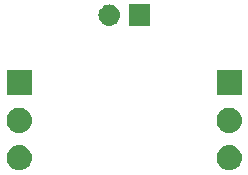
<source format=gbr>
G04 #@! TF.GenerationSoftware,KiCad,Pcbnew,(5.1.2-1)-1*
G04 #@! TF.CreationDate,2019-08-09T08:25:00-04:00*
G04 #@! TF.ProjectId,siot-node-current-clamp,73696f74-2d6e-46f6-9465-2d6375727265,rev?*
G04 #@! TF.SameCoordinates,Original*
G04 #@! TF.FileFunction,Soldermask,Bot*
G04 #@! TF.FilePolarity,Negative*
%FSLAX46Y46*%
G04 Gerber Fmt 4.6, Leading zero omitted, Abs format (unit mm)*
G04 Created by KiCad (PCBNEW (5.1.2-1)-1) date 2019-08-09 08:25:00*
%MOMM*%
%LPD*%
G04 APERTURE LIST*
%ADD10C,0.100000*%
G04 APERTURE END LIST*
D10*
G36*
X127115114Y-63074176D02*
G01*
X127209168Y-63083439D01*
X127410299Y-63144451D01*
X127496110Y-63190318D01*
X127595661Y-63243529D01*
X127758133Y-63376867D01*
X127891471Y-63539339D01*
X127944682Y-63638890D01*
X127990549Y-63724701D01*
X128051561Y-63925832D01*
X128072162Y-64135000D01*
X128051561Y-64344168D01*
X127990549Y-64545299D01*
X127944682Y-64631110D01*
X127891471Y-64730661D01*
X127758133Y-64893133D01*
X127595661Y-65026471D01*
X127496110Y-65079682D01*
X127410299Y-65125549D01*
X127209168Y-65186561D01*
X127115114Y-65195824D01*
X127052413Y-65202000D01*
X126947587Y-65202000D01*
X126884886Y-65195824D01*
X126790832Y-65186561D01*
X126589701Y-65125549D01*
X126503890Y-65079682D01*
X126404339Y-65026471D01*
X126241867Y-64893133D01*
X126108529Y-64730661D01*
X126055318Y-64631110D01*
X126009451Y-64545299D01*
X125948439Y-64344168D01*
X125927838Y-64135000D01*
X125948439Y-63925832D01*
X126009451Y-63724701D01*
X126055318Y-63638890D01*
X126108529Y-63539339D01*
X126241867Y-63376867D01*
X126404339Y-63243529D01*
X126503890Y-63190318D01*
X126589701Y-63144451D01*
X126790832Y-63083439D01*
X126884886Y-63074176D01*
X126947587Y-63068000D01*
X127052413Y-63068000D01*
X127115114Y-63074176D01*
X127115114Y-63074176D01*
G37*
G36*
X109335114Y-63074176D02*
G01*
X109429168Y-63083439D01*
X109630299Y-63144451D01*
X109716110Y-63190318D01*
X109815661Y-63243529D01*
X109978133Y-63376867D01*
X110111471Y-63539339D01*
X110164682Y-63638890D01*
X110210549Y-63724701D01*
X110271561Y-63925832D01*
X110292162Y-64135000D01*
X110271561Y-64344168D01*
X110210549Y-64545299D01*
X110164682Y-64631110D01*
X110111471Y-64730661D01*
X109978133Y-64893133D01*
X109815661Y-65026471D01*
X109716110Y-65079682D01*
X109630299Y-65125549D01*
X109429168Y-65186561D01*
X109335114Y-65195824D01*
X109272413Y-65202000D01*
X109167587Y-65202000D01*
X109104886Y-65195824D01*
X109010832Y-65186561D01*
X108809701Y-65125549D01*
X108723890Y-65079682D01*
X108624339Y-65026471D01*
X108461867Y-64893133D01*
X108328529Y-64730661D01*
X108275318Y-64631110D01*
X108229451Y-64545299D01*
X108168439Y-64344168D01*
X108147838Y-64135000D01*
X108168439Y-63925832D01*
X108229451Y-63724701D01*
X108275318Y-63638890D01*
X108328529Y-63539339D01*
X108461867Y-63376867D01*
X108624339Y-63243529D01*
X108723890Y-63190318D01*
X108809701Y-63144451D01*
X109010832Y-63083439D01*
X109104886Y-63074176D01*
X109167587Y-63068000D01*
X109272413Y-63068000D01*
X109335114Y-63074176D01*
X109335114Y-63074176D01*
G37*
G36*
X127115114Y-59899176D02*
G01*
X127209168Y-59908439D01*
X127410299Y-59969451D01*
X127496110Y-60015318D01*
X127595661Y-60068529D01*
X127758133Y-60201867D01*
X127891471Y-60364339D01*
X127944682Y-60463890D01*
X127990549Y-60549701D01*
X128051561Y-60750832D01*
X128072162Y-60960000D01*
X128051561Y-61169168D01*
X127990549Y-61370299D01*
X127944682Y-61456110D01*
X127891471Y-61555661D01*
X127758133Y-61718133D01*
X127595661Y-61851471D01*
X127496110Y-61904682D01*
X127410299Y-61950549D01*
X127209168Y-62011561D01*
X127115114Y-62020824D01*
X127052413Y-62027000D01*
X126947587Y-62027000D01*
X126884886Y-62020824D01*
X126790832Y-62011561D01*
X126589701Y-61950549D01*
X126503890Y-61904682D01*
X126404339Y-61851471D01*
X126241867Y-61718133D01*
X126108529Y-61555661D01*
X126055318Y-61456110D01*
X126009451Y-61370299D01*
X125948439Y-61169168D01*
X125927838Y-60960000D01*
X125948439Y-60750832D01*
X126009451Y-60549701D01*
X126055318Y-60463890D01*
X126108529Y-60364339D01*
X126241867Y-60201867D01*
X126404339Y-60068529D01*
X126503890Y-60015318D01*
X126589701Y-59969451D01*
X126790832Y-59908439D01*
X126884886Y-59899176D01*
X126947587Y-59893000D01*
X127052413Y-59893000D01*
X127115114Y-59899176D01*
X127115114Y-59899176D01*
G37*
G36*
X109335114Y-59899176D02*
G01*
X109429168Y-59908439D01*
X109630299Y-59969451D01*
X109716110Y-60015318D01*
X109815661Y-60068529D01*
X109978133Y-60201867D01*
X110111471Y-60364339D01*
X110164682Y-60463890D01*
X110210549Y-60549701D01*
X110271561Y-60750832D01*
X110292162Y-60960000D01*
X110271561Y-61169168D01*
X110210549Y-61370299D01*
X110164682Y-61456110D01*
X110111471Y-61555661D01*
X109978133Y-61718133D01*
X109815661Y-61851471D01*
X109716110Y-61904682D01*
X109630299Y-61950549D01*
X109429168Y-62011561D01*
X109335114Y-62020824D01*
X109272413Y-62027000D01*
X109167587Y-62027000D01*
X109104886Y-62020824D01*
X109010832Y-62011561D01*
X108809701Y-61950549D01*
X108723890Y-61904682D01*
X108624339Y-61851471D01*
X108461867Y-61718133D01*
X108328529Y-61555661D01*
X108275318Y-61456110D01*
X108229451Y-61370299D01*
X108168439Y-61169168D01*
X108147838Y-60960000D01*
X108168439Y-60750832D01*
X108229451Y-60549701D01*
X108275318Y-60463890D01*
X108328529Y-60364339D01*
X108461867Y-60201867D01*
X108624339Y-60068529D01*
X108723890Y-60015318D01*
X108809701Y-59969451D01*
X109010832Y-59908439D01*
X109104886Y-59899176D01*
X109167587Y-59893000D01*
X109272413Y-59893000D01*
X109335114Y-59899176D01*
X109335114Y-59899176D01*
G37*
G36*
X128067000Y-58852000D02*
G01*
X125933000Y-58852000D01*
X125933000Y-56718000D01*
X128067000Y-56718000D01*
X128067000Y-58852000D01*
X128067000Y-58852000D01*
G37*
G36*
X110287000Y-58852000D02*
G01*
X108153000Y-58852000D01*
X108153000Y-56718000D01*
X110287000Y-56718000D01*
X110287000Y-58852000D01*
X110287000Y-58852000D01*
G37*
G36*
X120281000Y-52971000D02*
G01*
X118479000Y-52971000D01*
X118479000Y-51169000D01*
X120281000Y-51169000D01*
X120281000Y-52971000D01*
X120281000Y-52971000D01*
G37*
G36*
X116950443Y-51175519D02*
G01*
X117016627Y-51182037D01*
X117186466Y-51233557D01*
X117342991Y-51317222D01*
X117378729Y-51346552D01*
X117480186Y-51429814D01*
X117563448Y-51531271D01*
X117592778Y-51567009D01*
X117676443Y-51723534D01*
X117727963Y-51893373D01*
X117745359Y-52070000D01*
X117727963Y-52246627D01*
X117676443Y-52416466D01*
X117592778Y-52572991D01*
X117563448Y-52608729D01*
X117480186Y-52710186D01*
X117378729Y-52793448D01*
X117342991Y-52822778D01*
X117186466Y-52906443D01*
X117016627Y-52957963D01*
X116950442Y-52964482D01*
X116884260Y-52971000D01*
X116795740Y-52971000D01*
X116729558Y-52964482D01*
X116663373Y-52957963D01*
X116493534Y-52906443D01*
X116337009Y-52822778D01*
X116301271Y-52793448D01*
X116199814Y-52710186D01*
X116116552Y-52608729D01*
X116087222Y-52572991D01*
X116003557Y-52416466D01*
X115952037Y-52246627D01*
X115934641Y-52070000D01*
X115952037Y-51893373D01*
X116003557Y-51723534D01*
X116087222Y-51567009D01*
X116116552Y-51531271D01*
X116199814Y-51429814D01*
X116301271Y-51346552D01*
X116337009Y-51317222D01*
X116493534Y-51233557D01*
X116663373Y-51182037D01*
X116729557Y-51175519D01*
X116795740Y-51169000D01*
X116884260Y-51169000D01*
X116950443Y-51175519D01*
X116950443Y-51175519D01*
G37*
M02*

</source>
